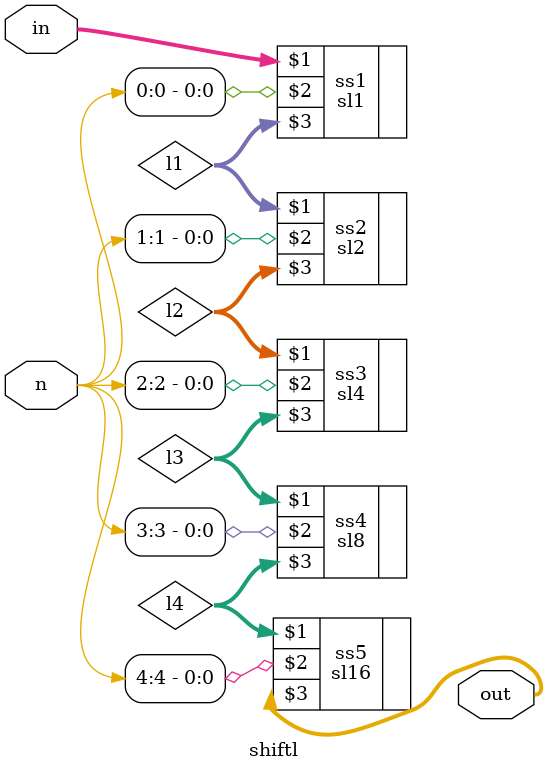
<source format=v>
module shiftl(in,n,out);
input[31:0] in;
input[4:0] n;
output[31:0] out;

wire[31:0] l1;
wire[31:0] l2;
wire[31:0] l3;
wire[31:0] l4;

sl1 ss1(in,n[0],l1);
sl2 ss2(l1,n[1],l2);
sl4 ss3(l2,n[2],l3);
sl8 ss4(l3,n[3],l4);
sl16 ss5(l4,n[4],out);
endmodule

</source>
